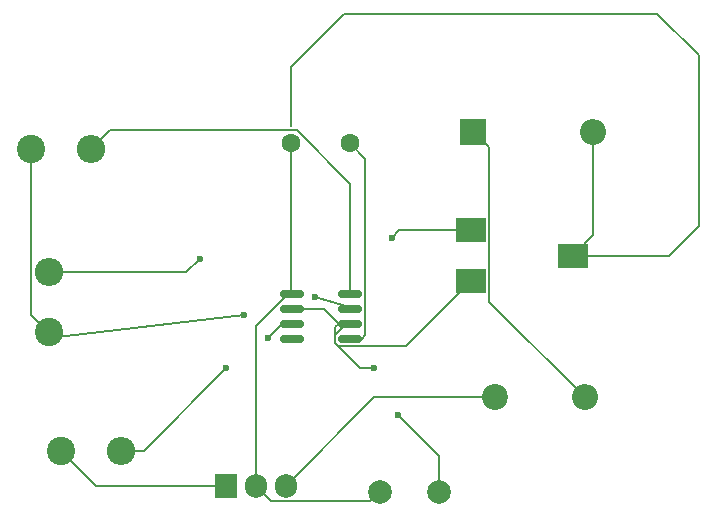
<source format=gbr>
%TF.GenerationSoftware,KiCad,Pcbnew,9.0.0*%
%TF.CreationDate,2025-03-20T23:20:09+05:30*%
%TF.ProjectId,buck_converter,6275636b-5f63-46f6-9e76-65727465722e,rev?*%
%TF.SameCoordinates,Original*%
%TF.FileFunction,Copper,L1,Top*%
%TF.FilePolarity,Positive*%
%FSLAX46Y46*%
G04 Gerber Fmt 4.6, Leading zero omitted, Abs format (unit mm)*
G04 Created by KiCad (PCBNEW 9.0.0) date 2025-03-20 23:20:09*
%MOMM*%
%LPD*%
G01*
G04 APERTURE LIST*
G04 Aperture macros list*
%AMRoundRect*
0 Rectangle with rounded corners*
0 $1 Rounding radius*
0 $2 $3 $4 $5 $6 $7 $8 $9 X,Y pos of 4 corners*
0 Add a 4 corners polygon primitive as box body*
4,1,4,$2,$3,$4,$5,$6,$7,$8,$9,$2,$3,0*
0 Add four circle primitives for the rounded corners*
1,1,$1+$1,$2,$3*
1,1,$1+$1,$4,$5*
1,1,$1+$1,$6,$7*
1,1,$1+$1,$8,$9*
0 Add four rect primitives between the rounded corners*
20,1,$1+$1,$2,$3,$4,$5,0*
20,1,$1+$1,$4,$5,$6,$7,0*
20,1,$1+$1,$6,$7,$8,$9,0*
20,1,$1+$1,$8,$9,$2,$3,0*%
G04 Aperture macros list end*
%TA.AperFunction,Conductor*%
%ADD10C,0.200000*%
%TD*%
%TA.AperFunction,SMDPad,CuDef*%
%ADD11RoundRect,0.150000X-0.825000X-0.150000X0.825000X-0.150000X0.825000X0.150000X-0.825000X0.150000X0*%
%TD*%
%TA.AperFunction,SMDPad,CuDef*%
%ADD12R,2.500000X2.000000*%
%TD*%
%TA.AperFunction,ComponentPad*%
%ADD13C,2.400000*%
%TD*%
%TA.AperFunction,ComponentPad*%
%ADD14O,2.400000X2.400000*%
%TD*%
%TA.AperFunction,ComponentPad*%
%ADD15R,1.905000X2.000000*%
%TD*%
%TA.AperFunction,ComponentPad*%
%ADD16O,1.905000X2.000000*%
%TD*%
%TA.AperFunction,ComponentPad*%
%ADD17C,2.200000*%
%TD*%
%TA.AperFunction,ComponentPad*%
%ADD18O,2.200000X2.200000*%
%TD*%
%TA.AperFunction,ComponentPad*%
%ADD19R,2.200000X2.200000*%
%TD*%
%TA.AperFunction,ComponentPad*%
%ADD20C,1.600000*%
%TD*%
%TA.AperFunction,ComponentPad*%
%ADD21C,2.000000*%
%TD*%
%TA.AperFunction,ViaPad*%
%ADD22C,0.600000*%
%TD*%
G04 APERTURE END LIST*
D10*
%TO.N,Net-(U1-DIS)*%
X74500000Y-45000000D02*
X78000000Y-46000000D01*
X52000000Y-48500000D02*
X68500000Y-46500000D01*
%TD*%
D11*
%TO.P,U1,1,GND*%
%TO.N,GND*%
X72550000Y-44730000D03*
%TO.P,U1,2,TR*%
%TO.N,Net-(U1-THR)*%
X72550000Y-46000000D03*
%TO.P,U1,3,Q*%
%TO.N,Net-(U1-Q)*%
X72550000Y-47270000D03*
%TO.P,U1,4,R*%
%TO.N,unconnected-(U1-R-Pad4)*%
X72550000Y-48540000D03*
%TO.P,U1,5,CV*%
%TO.N,Net-(U1-CV)*%
X77500000Y-48540000D03*
%TO.P,U1,6,THR*%
%TO.N,Net-(U1-THR)*%
X77500000Y-47270000D03*
%TO.P,U1,7,DIS*%
%TO.N,Net-(U1-DIS)*%
X77500000Y-46000000D03*
%TO.P,U1,8,VCC*%
%TO.N,+12V*%
X77500000Y-44730000D03*
%TD*%
D12*
%TO.P,RV1,1,1*%
%TO.N,Net-(U1-THR)*%
X87675000Y-43650000D03*
%TO.P,RV1,2,2*%
%TO.N,GND*%
X96325000Y-41500000D03*
%TO.P,RV1,3,3*%
%TO.N,Net-(R2-Pad2)*%
X87675000Y-39350000D03*
%TD*%
D13*
%TO.P,R3,1*%
%TO.N,Net-(Q1-G)*%
X52985000Y-58000000D03*
D14*
%TO.P,R3,2*%
%TO.N,Net-(U1-Q)*%
X58065000Y-58000000D03*
%TD*%
D13*
%TO.P,R2,1*%
%TO.N,Net-(U1-DIS)*%
X51985000Y-48000000D03*
D14*
%TO.P,R2,2*%
%TO.N,Net-(R2-Pad2)*%
X51985000Y-42920000D03*
%TD*%
D13*
%TO.P,R1,1*%
%TO.N,Net-(U1-DIS)*%
X50485000Y-32500000D03*
D14*
%TO.P,R1,2*%
%TO.N,+12V*%
X55565000Y-32500000D03*
%TD*%
D15*
%TO.P,Q1,1,G*%
%TO.N,Net-(Q1-G)*%
X66960000Y-61000000D03*
D16*
%TO.P,Q1,2,D*%
%TO.N,GND*%
X69500000Y-61000000D03*
%TO.P,Q1,3,S*%
%TO.N,Net-(Q1-S)*%
X72040000Y-61000000D03*
%TD*%
D17*
%TO.P,L1,1,1*%
%TO.N,Net-(Q1-S)*%
X89715000Y-53500000D03*
D18*
%TO.P,L1,2,2*%
%TO.N,Net-(D1-K)*%
X97335000Y-53500000D03*
%TD*%
D19*
%TO.P,D1,1,K*%
%TO.N,Net-(D1-K)*%
X87920000Y-31000000D03*
D18*
%TO.P,D1,2,A*%
%TO.N,GND*%
X98080000Y-31000000D03*
%TD*%
D20*
%TO.P,C2,1*%
%TO.N,GND*%
X72500000Y-32000000D03*
%TO.P,C2,2*%
%TO.N,Net-(U1-CV)*%
X77500000Y-32000000D03*
%TD*%
D21*
%TO.P,C1,1*%
%TO.N,GND*%
X80000000Y-61500000D03*
%TO.P,C1,2*%
%TO.N,Net-(U1-THR)*%
X85000000Y-61500000D03*
%TD*%
D22*
%TO.N,Net-(U1-DIS)*%
X74500000Y-45000000D03*
X68500000Y-46500000D03*
%TO.N,Net-(U1-Q)*%
X70500000Y-48500000D03*
X67000000Y-51000000D03*
%TO.N,Net-(U1-THR)*%
X81500000Y-55000000D03*
X79500000Y-51000000D03*
%TO.N,Net-(R2-Pad2)*%
X81000000Y-40000000D03*
X64750000Y-41750000D03*
%TD*%
D10*
%TO.N,Net-(U1-DIS)*%
X52000000Y-48000000D02*
X52500000Y-48500000D01*
X51985000Y-48000000D02*
X52000000Y-48000000D01*
%TO.N,Net-(U1-Q)*%
X71730000Y-47270000D02*
X72550000Y-47270000D01*
X70500000Y-48500000D02*
X71730000Y-47270000D01*
X60000000Y-58000000D02*
X67000000Y-51000000D01*
X58065000Y-58000000D02*
X60000000Y-58000000D01*
%TO.N,GND*%
X77000000Y-21000000D02*
X72500000Y-25500000D01*
X107000000Y-24500000D02*
X103500000Y-21000000D01*
X104500000Y-41500000D02*
X107000000Y-39000000D01*
X96325000Y-41500000D02*
X104500000Y-41500000D01*
X107000000Y-39000000D02*
X107000000Y-24500000D01*
X103500000Y-21000000D02*
X77000000Y-21000000D01*
X72500000Y-25500000D02*
X72500000Y-30498000D01*
X98080000Y-39745000D02*
X98080000Y-31000000D01*
X96325000Y-41500000D02*
X98080000Y-39745000D01*
%TO.N,Net-(U1-THR)*%
X82184000Y-49141000D02*
X87675000Y-43650000D01*
X76224000Y-48199032D02*
X76224000Y-48880968D01*
X76224000Y-48880968D02*
X76484032Y-49141000D01*
X77153032Y-47270000D02*
X76224000Y-48199032D01*
X77500000Y-47270000D02*
X77153032Y-47270000D01*
X76484032Y-49141000D02*
X82184000Y-49141000D01*
X85000000Y-58500000D02*
X81500000Y-55000000D01*
X85000000Y-61500000D02*
X85000000Y-58500000D01*
X78343032Y-51000000D02*
X79500000Y-51000000D01*
X76224000Y-48880968D02*
X78343032Y-51000000D01*
X76525001Y-47270000D02*
X76224000Y-47571001D01*
X76224000Y-47571001D02*
X76224000Y-48880968D01*
X77500000Y-47270000D02*
X76525001Y-47270000D01*
X87825000Y-43500000D02*
X88000000Y-43500000D01*
X87675000Y-43650000D02*
X87825000Y-43500000D01*
X76525001Y-47270000D02*
X75255001Y-46000000D01*
X75255001Y-46000000D02*
X72550000Y-46000000D01*
%TO.N,Net-(R2-Pad2)*%
X81650000Y-39350000D02*
X87675000Y-39350000D01*
X81000000Y-40000000D02*
X81650000Y-39350000D01*
X63580000Y-42920000D02*
X64750000Y-41750000D01*
X51985000Y-42920000D02*
X63580000Y-42920000D01*
%TO.N,Net-(U1-DIS)*%
X51985000Y-48000000D02*
X51985000Y-47515000D01*
%TO.N,+12V*%
X77500000Y-35442950D02*
X77500000Y-44730000D01*
X72956050Y-30899000D02*
X77500000Y-35442950D01*
X57166000Y-30899000D02*
X72956050Y-30899000D01*
X55565000Y-32500000D02*
X57166000Y-30899000D01*
%TO.N,Net-(D1-K)*%
X89226000Y-45391000D02*
X97335000Y-53500000D01*
X89226000Y-32306000D02*
X89226000Y-45391000D01*
X87920000Y-31000000D02*
X89226000Y-32306000D01*
%TO.N,GND*%
X79199000Y-62301000D02*
X80000000Y-61500000D01*
X69500000Y-61000000D02*
X70801000Y-62301000D01*
X70801000Y-62301000D02*
X79199000Y-62301000D01*
X72203032Y-44730000D02*
X72550000Y-44730000D01*
X69500000Y-47433032D02*
X72203032Y-44730000D01*
X69500000Y-61000000D02*
X69500000Y-47433032D01*
%TO.N,Net-(Q1-S)*%
X79540000Y-53500000D02*
X89715000Y-53500000D01*
X72040000Y-61000000D02*
X79540000Y-53500000D01*
%TO.N,Net-(Q1-G)*%
X55985000Y-61000000D02*
X66960000Y-61000000D01*
X52985000Y-58000000D02*
X55985000Y-61000000D01*
%TO.N,Net-(U1-DIS)*%
X50485000Y-46500000D02*
X51985000Y-48000000D01*
X50485000Y-32500000D02*
X50485000Y-46500000D01*
%TO.N,Net-(U1-CV)*%
X78474999Y-48540000D02*
X77500000Y-48540000D01*
X78776000Y-33276000D02*
X78776000Y-48238999D01*
X78776000Y-48238999D02*
X78474999Y-48540000D01*
X77500000Y-32000000D02*
X78776000Y-33276000D01*
%TO.N,GND*%
X72500000Y-44680000D02*
X72550000Y-44730000D01*
X72500000Y-32000000D02*
X72500000Y-44680000D01*
%TD*%
M02*

</source>
